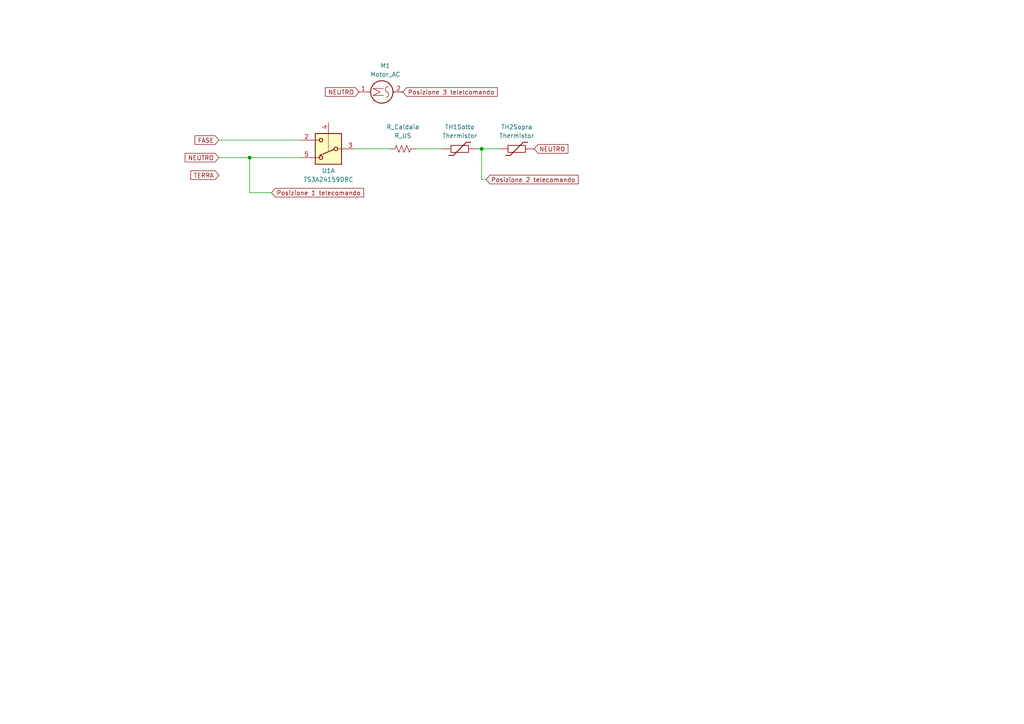
<source format=kicad_sch>
(kicad_sch (version 20231120) (generator "eeschema") (generator_version "8.0")
  (paper "A4")
  (lib_symbols
    (symbol "Analog_Switch:TS3A24159DRC"
      (property "Reference" "U" (at -3.81 7.62 0))
      (property "Value" "TS3A24159DRC" (at -3.81 5.715 0))
      (symbol "TS3A24159DRC_1_1"
        (rectangle (start -3.81 4.445) (end 3.81 -4.445) (stroke (width 0.254)) (fill (type background)))
        (circle (center -2.159 0) (radius 0.508) (stroke (width 0.254)))
        (polyline (pts (xy -5.08 0) (xy -2.794 0)))
        (polyline (pts (xy -1.651 0.127) (xy 2.54 1.905)) (stroke (width 0.254)))
        (polyline (pts (xy 0 -5.08) (xy 0 -4.572)))
        (polyline (pts (xy 0 -4.318) (xy 0 -4.064)))
        (polyline (pts (xy 0 -3.81) (xy 0 -3.556)))
        (polyline (pts (xy 0 -3.302) (xy 0 -3.048)))
        (polyline (pts (xy 0 -2.794) (xy 0 -2.54)))
        (polyline (pts (xy 0 -2.286) (xy 0 -2.032)))
        (polyline (pts (xy 0 -1.778) (xy 0 -1.524)))
        (polyline (pts (xy 0 -1.27) (xy 0 -1.016)))
        (polyline (pts (xy 0 -0.762) (xy 0 -0.508)))
        (polyline (pts (xy 0 -0.254) (xy 0 0)))
        (polyline (pts (xy 0 0.254) (xy 0 0.508)))
        (polyline (pts (xy 5.08 -2.54) (xy 2.794 -2.54)))
        (polyline (pts (xy 5.08 2.54) (xy 2.794 2.54)))
        (circle (center 2.159 -2.54) (radius 0.508) (stroke (width 0.254)))
        (circle (center 2.159 2.54) (radius 0.508) (stroke (width 0.254)))
        (pin passive line (at 7.62 -2.54 180) (length 2.54) (name "~") (number "2"))
        (pin passive line (at -7.62 0 0) (length 2.54) (name "~") (number "3"))
        (pin input line (at 0 -7.62 90) (length 2.54) (name "~") (number "4"))
        (pin passive line (at 7.62 2.54 180) (length 2.54) (name "~") (number "5"))
      )
      (symbol "TS3A24159DRC_2_1"
        (rectangle (start -3.81 4.445) (end 3.81 -4.445) (stroke (width 0.254)) (fill (type background)))
        (circle (center -2.159 0) (radius 0.508) (stroke (width 0.254)))
        (polyline (pts (xy -5.08 0) (xy -2.794 0)))
        (polyline (pts (xy -1.651 0.127) (xy 2.54 1.905)) (stroke (width 0.254)))
        (polyline (pts (xy 0 -5.08) (xy 0 -4.572)))
        (polyline (pts (xy 0 -4.318) (xy 0 -4.064)))
        (polyline (pts (xy 0 -3.81) (xy 0 -3.556)))
        (polyline (pts (xy 0 -3.302) (xy 0 -3.048)))
        (polyline (pts (xy 0 -2.794) (xy 0 -2.54)))
        (polyline (pts (xy 0 -2.286) (xy 0 -2.032)))
        (polyline (pts (xy 0 -1.778) (xy 0 -1.524)))
        (polyline (pts (xy 0 -1.27) (xy 0 -1.016)))
        (polyline (pts (xy 0 -0.762) (xy 0 -0.508)))
        (polyline (pts (xy 0 -0.254) (xy 0 0)))
        (polyline (pts (xy 0 0.254) (xy 0 0.508)))
        (polyline (pts (xy 5.08 -2.54) (xy 2.794 -2.54)))
        (polyline (pts (xy 5.08 2.54) (xy 2.794 2.54)))
        (circle (center 2.159 -2.54) (radius 0.508) (stroke (width 0.254)))
        (circle (center 2.159 2.54) (radius 0.508) (stroke (width 0.254)))
        (pin passive line (at 7.62 -2.54 180) (length 2.54) (name "~") (number "10"))
        (pin passive line (at 7.62 2.54 180) (length 2.54) (name "~") (number "7"))
        (pin input line (at 0 -7.62 90) (length 2.54) (name "~") (number "8"))
        (pin passive line (at -7.62 0 0) (length 2.54) (name "~") (number "9"))
      )
      (symbol "TS3A24159DRC_3_1"
        (rectangle (start -3.81 10.16) (end 3.81 -10.16) (stroke (width 0.254)) (fill (type background)))
        (pin power_in line (at 0 12.7 270) (length 2.54) (name "VCC") (number "1"))
        (pin passive line (at 2.54 -12.7 90) (length 2.54) (name "PAD") (number "11"))
        (pin power_in line (at -2.54 -12.7 90) (length 2.54) (name "GND") (number "6"))
      )
    )
    (symbol "Device:R_US" (pin_numbers hide) (pin_names (offset 0))
      (property "Reference" "R" (at 2.54 0 90))
      (property "Value" "R_US" (at -2.54 0 90))
      (symbol "R_US_0_1"
        (polyline (pts (xy 0 -2.286) (xy 0 -2.54)))
        (polyline (pts (xy 0 2.286) (xy 0 2.54)))
        (polyline (pts (xy 0 -0.762) (xy 1.016 -1.143) (xy 0 -1.524) (xy -1.016 -1.905) (xy 0 -2.286)))
        (polyline (pts (xy 0 0.762) (xy 1.016 0.381) (xy 0 0) (xy -1.016 -0.381) (xy 0 -0.762)))
        (polyline (pts (xy 0 2.286) (xy 1.016 1.905) (xy 0 1.524) (xy -1.016 1.143) (xy 0 0.762)))
      )
      (symbol "R_US_1_1"
        (pin passive line (at 0 3.81 270) (length 1.27) (name "~") (number "1"))
        (pin passive line (at 0 -3.81 90) (length 1.27) (name "~") (number "2"))
      )
    )
    (symbol "Device:Thermistor" (pin_numbers hide) (pin_names (offset 0))
      (property "Reference" "TH" (at 2.54 1.27 90))
      (property "Value" "Thermistor" (at -2.54 0 90))
      (symbol "Thermistor_0_1"
        (rectangle (start -1.016 2.54) (end 1.016 -2.54) (stroke (width 0.2032)))
        (polyline (pts (xy -1.905 3.175) (xy -1.905 1.905) (xy 1.905 -1.905) (xy 1.905 -3.175) (xy 1.905 -3.175)) (stroke (width 0.254)))
      )
      (symbol "Thermistor_1_1"
        (pin passive line (at 0 5.08 270) (length 2.54) (name "~") (number "1"))
        (pin passive line (at 0 -5.08 90) (length 2.54) (name "~") (number "2"))
      )
    )
    (symbol "Motor:Motor_AC" (pin_names (offset 0))
      (property "Reference" "M" (at 2.54 2.54 0))
      (property "Value" "Motor_AC" (at 2.54 -5.08 0))
      (symbol "Motor_AC_0_0"
        (arc (start -1.524 -2.794) (mid -0.8654 -3.5217) (end 0 -3.048))
        (polyline (pts (xy -1.016 -2.032) (xy -1.016 1.016) (xy 0 -1.016) (xy 1.016 1.016) (xy 1.016 -2.032)))
        (arc (start 1.524 -3.302) (mid 0.85 -2.5503) (end 0 -3.048))
      )
      (symbol "Motor_AC_0_1"
        (circle (center 0 -1.524) (radius 3.2512) (stroke (width 0.254)))
        (polyline (pts (xy 0 -7.62) (xy 0 -7.112)))
        (polyline (pts (xy 0 -4.7752) (xy 0 -5.1816)))
        (polyline (pts (xy 0 1.7272) (xy 0 2.0828)))
        (polyline (pts (xy 0 2.032) (xy 0 2.54)))
      )
      (symbol "Motor_AC_1_1"
        (pin passive line (at 0 5.08 270) (length 2.54) (name "~") (number "1"))
        (pin passive line (at 0 -7.62 90) (length 2.54) (name "~") (number "2"))
      )
    )
  )
  (junction (at 72.39 45.72))
  (junction (at 139.7 43.18))
  (wire (pts (xy 138.43 43.18) (xy 139.7 43.18)))
  (wire (pts (xy 72.39 55.88) (xy 72.39 45.72)))
  (wire (pts (xy 78.74 55.88) (xy 72.39 55.88)))
  (wire (pts (xy 72.39 45.72) (xy 63.5 45.72)))
  (wire (pts (xy 140.97 52.07) (xy 139.7 52.07)))
  (wire (pts (xy 139.7 52.07) (xy 139.7 43.18)))
  (wire (pts (xy 139.7 43.18) (xy 144.78 43.18)))
  (wire (pts (xy 102.87 43.18) (xy 113.03 43.18)))
  (wire (pts (xy 120.65 43.18) (xy 128.27 43.18)))
  (wire (pts (xy 87.63 40.64) (xy 63.5 40.64)))
  (wire (pts (xy 87.63 45.72) (xy 72.39 45.72)))
  (global_label "NEUTRO" (shape input) (at 104.14 26.67 180) (property "Intersheetrefs" "${INTERSHEET_REFS}" (effects (hide yes))))
  (global_label "NEUTRO" (shape input) (at 154.94 43.18 0) (property "Intersheetrefs" "${INTERSHEET_REFS}" (effects (hide yes))))
  (global_label "Posizione 2 telecomando" (shape input) (at 140.97 52.07 0) (property "Intersheetrefs" "${INTERSHEET_REFS}" (effects (hide yes))))
  (global_label "FASE" (shape input) (at 63.5 40.64 180) (property "Intersheetrefs" "${INTERSHEET_REFS}" (effects (hide yes))))
  (global_label "TERRA" (shape input) (at 63.5 50.8 180) (property "Intersheetrefs" "${INTERSHEET_REFS}" (effects (hide yes))))
  (global_label "Posizione 1 telecomando" (shape input) (at 78.74 55.88 0) (property "Intersheetrefs" "${INTERSHEET_REFS}" (effects (hide yes))))
  (global_label "NEUTRO" (shape input) (at 63.5 45.72 180) (property "Intersheetrefs" "${INTERSHEET_REFS}" (effects (hide yes))))
  (global_label "Posizione 3 telelcomando" (shape input) (at 116.84 26.67 0) (property "Intersheetrefs" "${INTERSHEET_REFS}" (effects (hide yes))))
  (symbol (lib_id "Device:Thermistor") (at 133.35 43.18 90) (unit 1)
    (property "Reference" "TH1Sotto" (at 133.35 36.83 90))
    (property "Value" "Thermistor" (at 133.35 39.37 90))
    (property "Description" "Temperature dependent resistor" (effects (hide yes)))
  )
  (symbol (lib_id "Analog_Switch:TS3A24159DRC") (at 95.25 43.18 180) (unit 1)
    (property "Reference" "U1" (at 95.25 49.53 0))
    (property "Value" "TS3A24159DRC" (at 95.25 52.07 0))
    (property "Footprint" "Package_SON:Texas_S-PVSON-N10" (effects (hide yes)))
    (property "Datasheet" "http://www.ti.com/lit/ds/symlink/ts3a24159.pdf" (effects (hide yes)))
    (property "Description" "Dual SPDT 0.3Ω Bidirectional Analog Switch, VSON-10" (effects (hide yes)))
  )
  (symbol (lib_id "Device:Thermistor") (at 149.86 43.18 90) (unit 1)
    (property "Reference" "TH2Sopra" (at 149.86 36.83 90))
    (property "Value" "Thermistor" (at 149.86 39.37 90))
    (property "Description" "Temperature dependent resistor" (effects (hide yes)))
  )
  (symbol (lib_id "Motor:Motor_AC") (at 109.22 26.67 90) (unit 1)
    (property "Reference" "M1" (at 111.76 19.05 90))
    (property "Value" "Motor_AC" (at 111.76 21.59 90))
    (property "Description" "AC Motor" (effects (hide yes)))
  )
  (symbol (lib_id "Device:R_US") (at 116.84 43.18 90) (unit 1)
    (property "Reference" "R_Caldaia" (at 116.84 36.83 90))
    (property "Value" "R_US" (at 116.84 39.37 90))
    (property "Description" "Resistor, US symbol" (effects (hide yes)))
  )
)
</source>
